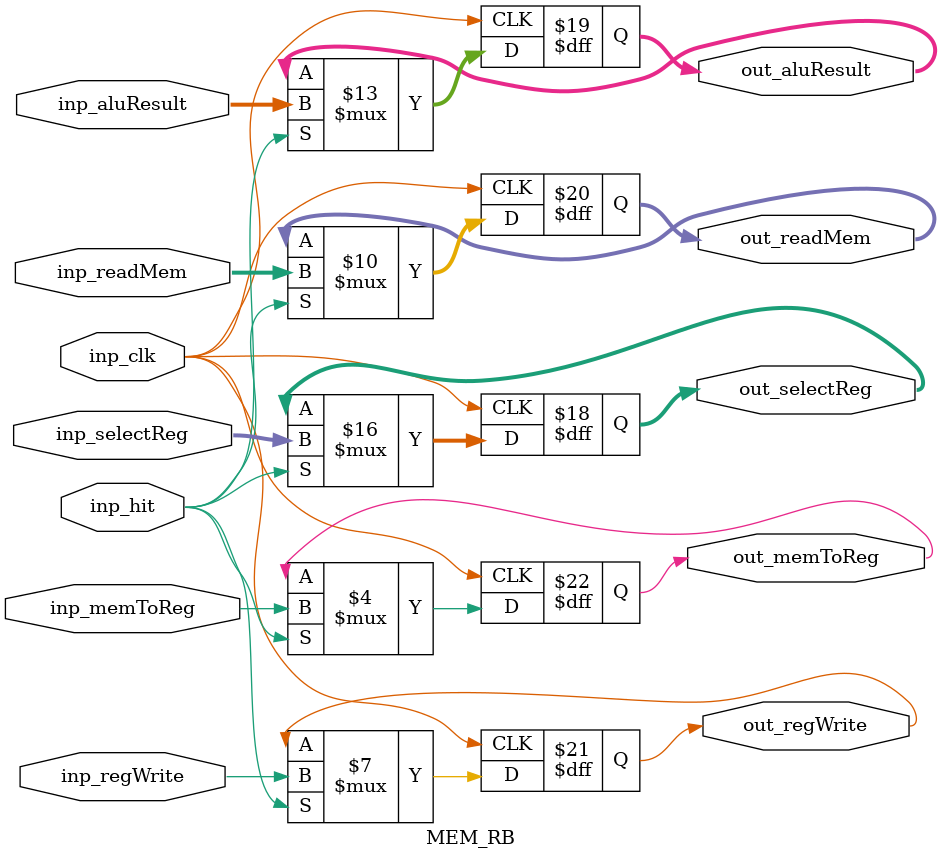
<source format=v>
`timescale 1ns / 1ps
module MEM_RB(inp_clk,inp_hit,
inp_aluResult,inp_selectReg,inp_readMem
,inp_memToReg,inp_regWrite,
out_selectReg,out_aluResult,out_readMem,
out_memToReg,out_regWrite);

input inp_clk,inp_hit;
input[2:0] inp_selectReg;
input [15:0] inp_aluResult,inp_readMem;
input inp_memToReg,inp_regWrite;

output reg [2:0] out_selectReg;
output reg [15:0] out_aluResult,out_readMem;
output reg out_regWrite,out_memToReg;


always @(negedge inp_clk)
begin
if(inp_hit == 1)
	begin
	out_selectReg = inp_selectReg;
	out_aluResult = inp_aluResult;
	out_readMem = inp_readMem;
	out_regWrite = inp_regWrite;
	out_memToReg = inp_memToReg;
	end

end

endmodule

</source>
